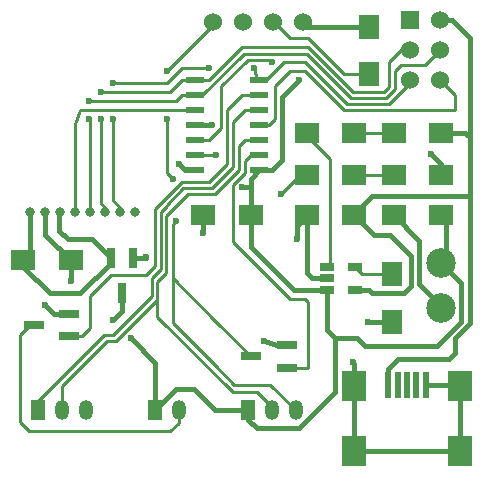
<source format=gtl>
G04 #@! TF.FileFunction,Copper,L1,Top,Signal*
%FSLAX46Y46*%
G04 Gerber Fmt 4.6, Leading zero omitted, Abs format (unit mm)*
G04 Created by KiCad (PCBNEW 0.201503230816+5530~22~ubuntu14.04.1-product) date Mi 02 Sep 2015 16:53:48 CEST*
%MOMM*%
G01*
G04 APERTURE LIST*
%ADD10C,0.150000*%
%ADD11R,2.000000X1.700000*%
%ADD12R,1.500000X0.600000*%
%ADD13R,1.524000X1.524000*%
%ADD14C,1.524000*%
%ADD15R,1.198880X1.699260*%
%ADD16O,1.198880X1.699260*%
%ADD17R,1.800860X0.800100*%
%ADD18R,1.700000X2.000000*%
%ADD19R,0.800100X1.800860*%
%ADD20C,0.800000*%
%ADD21R,0.500380X2.301240*%
%ADD22R,1.998980X2.499360*%
%ADD23C,2.499360*%
%ADD24R,1.300000X0.650000*%
%ADD25C,0.600000*%
%ADD26C,0.400000*%
%ADD27C,0.250000*%
G04 APERTURE END LIST*
D10*
D11*
X25813000Y21590000D03*
X29813000Y21590000D03*
X21050000Y21590000D03*
X17050000Y21590000D03*
X5810000Y17780000D03*
X1810000Y17780000D03*
X37179000Y28575000D03*
X33179000Y28575000D03*
X33179000Y25019000D03*
X37179000Y25019000D03*
D12*
X21750000Y25400000D03*
X21750000Y26670000D03*
X21750000Y27940000D03*
X21750000Y29210000D03*
X21750000Y30480000D03*
X21750000Y31750000D03*
X21750000Y33020000D03*
X16350000Y33020000D03*
X16350000Y31750000D03*
X16350000Y30480000D03*
X16350000Y29210000D03*
X16350000Y27940000D03*
X16350000Y26670000D03*
X16350000Y25400000D03*
D13*
X34544000Y38100000D03*
D14*
X37084000Y38100000D03*
X34544000Y35560000D03*
X37084000Y35560000D03*
X34544000Y33020000D03*
X37084000Y33020000D03*
D15*
X3081020Y5080000D03*
D16*
X5080000Y5080000D03*
X7078980Y5080000D03*
D15*
X20861020Y5080000D03*
D16*
X22860000Y5080000D03*
X24858980Y5080000D03*
D15*
X12969240Y5080000D03*
D16*
X14970760Y5080000D03*
D17*
X24107140Y8702000D03*
X24107140Y10602000D03*
X21104860Y9652000D03*
X5692140Y11369000D03*
X5692140Y13269000D03*
X2689860Y12319000D03*
D11*
X25813000Y28575000D03*
X29813000Y28575000D03*
D18*
X33020000Y12605000D03*
X33020000Y16605000D03*
D11*
X29813000Y25019000D03*
X25813000Y25019000D03*
D18*
X31115000Y33560000D03*
X31115000Y37560000D03*
D19*
X11110000Y18011140D03*
X9210000Y18011140D03*
X10160000Y15008860D03*
D20*
X2380000Y21888000D03*
X3653500Y21898400D03*
X4923500Y21898400D03*
X6193500Y21898400D03*
X7463500Y21898400D03*
X8733500Y21898400D03*
X10003500Y21898400D03*
X11273500Y21898400D03*
D21*
X32689800Y7259320D03*
X33489900Y7259320D03*
X34290000Y7259320D03*
X35090100Y7259320D03*
X35890200Y7259320D03*
D22*
X29839920Y7160260D03*
X29839920Y1661160D03*
X38740080Y7160260D03*
X38740080Y1661160D03*
D23*
X37211000Y17526000D03*
X37211000Y13716000D03*
D11*
X33179000Y21590000D03*
X37179000Y21590000D03*
D24*
X27502000Y17206000D03*
X27502000Y16256000D03*
X27502000Y15306000D03*
X29902000Y15306000D03*
X29902000Y17206000D03*
D14*
X25527000Y37973000D03*
X22987000Y37973000D03*
X20447000Y37973000D03*
X17907000Y37973000D03*
D25*
X14986000Y25908000D03*
X5842000Y16002000D03*
X12192000Y18034000D03*
X29718000Y9144000D03*
X17018000Y20066000D03*
X36322000Y26797000D03*
X30988000Y12573000D03*
X25019000Y19558000D03*
X3683000Y13970000D03*
X22225000Y10922000D03*
X10922000Y11176000D03*
X9398000Y12700000D03*
X25146000Y33020000D03*
X20320000Y24003000D03*
X17780000Y29210000D03*
X22860000Y34544000D03*
X21336000Y34036000D03*
X9398000Y32766000D03*
X17526000Y34036000D03*
X9398000Y29718000D03*
X8382000Y32004000D03*
X8382000Y29718000D03*
X7366000Y29718000D03*
X7366000Y31242000D03*
X18161000Y26670000D03*
X23622000Y23368000D03*
X14732000Y21082000D03*
X14478000Y24638000D03*
X13970000Y33782000D03*
X13970000Y29718000D03*
D26*
X39624000Y36576000D02*
X38100000Y38100000D01*
X39624000Y28194000D02*
X39624000Y36576000D01*
X39624000Y23241000D02*
X39624000Y28194000D01*
X39624000Y15367000D02*
X39624000Y23241000D01*
X39624000Y12446000D02*
X39624000Y15367000D01*
X38354000Y11176000D02*
X39624000Y12446000D01*
X37084000Y38100000D02*
X38100000Y38100000D01*
X32689800Y8559800D02*
X33528000Y9398000D01*
X33528000Y9398000D02*
X37846000Y9398000D01*
X37846000Y9398000D02*
X38354000Y9906000D01*
X38354000Y9906000D02*
X38354000Y10922000D01*
X38354000Y10922000D02*
X38354000Y11176000D01*
X32689800Y7259320D02*
X32689800Y8559800D01*
X39243000Y28575000D02*
X39624000Y28194000D01*
X37179000Y28575000D02*
X39243000Y28575000D01*
X31369000Y23241000D02*
X39624000Y23241000D01*
X29813000Y21685000D02*
X31369000Y23241000D01*
X29813000Y21590000D02*
X29813000Y21685000D01*
X29902000Y15306000D02*
X30287000Y15306000D01*
X31049000Y15306000D02*
X31369000Y14986000D01*
X31369000Y14986000D02*
X34036000Y14986000D01*
X34036000Y14986000D02*
X34671000Y15621000D01*
X34671000Y15621000D02*
X34671000Y18161000D01*
X34671000Y18161000D02*
X32893000Y19939000D01*
X32893000Y19939000D02*
X31464000Y19939000D01*
X31464000Y19939000D02*
X29813000Y21590000D01*
X29902000Y15306000D02*
X31049000Y15306000D01*
X37592000Y13716000D02*
X37338000Y13716000D01*
X37338000Y13716000D02*
X35306000Y15748000D01*
X35306000Y15748000D02*
X35306000Y19463000D01*
X35306000Y19463000D02*
X33179000Y21590000D01*
X16350000Y25400000D02*
X15494000Y25400000D01*
X15494000Y25400000D02*
X14986000Y25908000D01*
X3653500Y21898400D02*
X3653500Y19936500D01*
X3653500Y19936500D02*
X5810000Y17780000D01*
X35890200Y7259320D02*
X38641020Y7259320D01*
X38641020Y7259320D02*
X38740080Y7160260D01*
X29839920Y1661160D02*
X29839920Y7160260D01*
X38740080Y1661160D02*
X29839920Y1661160D01*
X38740080Y1661160D02*
X38740080Y7160260D01*
X5810000Y16034000D02*
X5842000Y16002000D01*
X5810000Y17780000D02*
X5810000Y16034000D01*
X12169140Y18011140D02*
X12192000Y18034000D01*
X11110000Y18011140D02*
X12169140Y18011140D01*
X29839920Y9022080D02*
X29718000Y9144000D01*
X29839920Y7160260D02*
X29839920Y9022080D01*
X17050000Y20098000D02*
X17018000Y20066000D01*
X17050000Y21590000D02*
X17050000Y20098000D01*
X37179000Y25940000D02*
X36322000Y26797000D01*
X37179000Y25019000D02*
X37179000Y25940000D01*
X26289000Y16256000D02*
X25813000Y16732000D01*
X25813000Y16732000D02*
X25813000Y21590000D01*
X27502000Y16256000D02*
X26289000Y16256000D01*
X33179000Y21590000D02*
X33179000Y21304000D01*
X33020000Y12605000D02*
X31020000Y12605000D01*
X31020000Y12605000D02*
X30988000Y12573000D01*
X25019000Y20701000D02*
X25019000Y19558000D01*
X25813000Y21495000D02*
X25019000Y20701000D01*
X25813000Y21590000D02*
X25813000Y21495000D01*
X4384000Y13269000D02*
X3683000Y13970000D01*
X5692140Y13269000D02*
X4384000Y13269000D01*
X23307000Y10602000D02*
X22225000Y10922000D01*
X24107140Y10602000D02*
X23307000Y10602000D01*
X2380000Y21888000D02*
X2380000Y18350000D01*
X2380000Y18350000D02*
X1810000Y17780000D01*
X4843500Y21818400D02*
X4843500Y20910400D01*
X4843500Y20302500D02*
X5588000Y19558000D01*
X5588000Y19558000D02*
X7663140Y19558000D01*
X7663140Y19558000D02*
X9210000Y18011140D01*
X4843500Y20910400D02*
X4843500Y20302500D01*
X4843500Y21818400D02*
X4923500Y21898400D01*
X1810000Y17240000D02*
X1810000Y17780000D01*
X6604000Y14986000D02*
X4064000Y14986000D01*
X4064000Y14986000D02*
X1810000Y17240000D01*
X9210000Y17592000D02*
X6604000Y14986000D01*
X9210000Y18011140D02*
X9210000Y17592000D01*
X28194000Y11176000D02*
X30099000Y11176000D01*
X38862000Y15875000D02*
X37211000Y17526000D01*
X38862000Y12573000D02*
X38862000Y15875000D01*
X36830000Y10541000D02*
X38862000Y12573000D01*
X30734000Y10541000D02*
X36830000Y10541000D01*
X30099000Y11176000D02*
X30734000Y10541000D01*
X28194000Y6604000D02*
X28194000Y11176000D01*
X25146000Y3556000D02*
X28194000Y6604000D01*
X21590000Y3556000D02*
X25146000Y3556000D01*
X20861020Y4284980D02*
X21590000Y3556000D01*
X27502000Y11868000D02*
X27502000Y15306000D01*
X28194000Y11176000D02*
X27502000Y11868000D01*
X37592000Y17526000D02*
X37592000Y21177000D01*
X37592000Y21177000D02*
X37179000Y21590000D01*
X25940000Y37560000D02*
X25400000Y38100000D01*
X31115000Y37560000D02*
X25940000Y37560000D01*
X18034000Y5080000D02*
X16256000Y6858000D01*
X16256000Y6858000D02*
X14747240Y6858000D01*
X14747240Y6858000D02*
X12969240Y5080000D01*
X20861020Y5080000D02*
X18034000Y5080000D01*
X12969240Y9128760D02*
X10922000Y11176000D01*
X9398000Y12700000D02*
X10160000Y13462000D01*
X10160000Y13462000D02*
X10160000Y15008860D01*
X12969240Y5080000D02*
X12969240Y9128760D01*
X21050000Y24700000D02*
X21750000Y25400000D01*
X21050000Y23844000D02*
X21050000Y24700000D01*
X21050000Y21590000D02*
X21050000Y23844000D01*
X20861020Y5080000D02*
X20861020Y4284980D01*
X22860000Y25400000D02*
X23749000Y26289000D01*
X23749000Y26289000D02*
X23749000Y31623000D01*
X23749000Y31623000D02*
X25146000Y33020000D01*
X21750000Y25400000D02*
X22860000Y25400000D01*
X24699000Y15306000D02*
X21050000Y18955000D01*
X27502000Y15306000D02*
X24699000Y15306000D01*
X21050000Y18955000D02*
X21050000Y21590000D01*
X21050000Y23273000D02*
X21050000Y21590000D01*
X20891000Y24003000D02*
X21050000Y23844000D01*
X16350000Y29210000D02*
X17780000Y29210000D01*
X20320000Y24003000D02*
X20891000Y24003000D01*
D27*
X29813000Y28575000D02*
X33433000Y28575000D01*
X29813000Y25019000D02*
X33179000Y25019000D01*
X28924000Y33560000D02*
X25908000Y36576000D01*
X25908000Y36576000D02*
X24384000Y36576000D01*
X24384000Y36576000D02*
X22860000Y38100000D01*
X31115000Y33560000D02*
X28924000Y33560000D01*
X17526000Y27940000D02*
X18542000Y28956000D01*
X18542000Y28956000D02*
X18542000Y32512000D01*
X18542000Y32512000D02*
X20821799Y34791799D01*
X20821799Y34791799D02*
X22612201Y34791799D01*
X22612201Y34791799D02*
X22860000Y34544000D01*
X16350000Y27940000D02*
X17526000Y27940000D01*
X3081020Y5080000D02*
X3081020Y5875020D01*
X13970000Y22477602D02*
X15368398Y23876000D01*
X15368398Y23876000D02*
X17780000Y23876000D01*
X17780000Y23876000D02*
X19558000Y25654000D01*
X19558000Y25654000D02*
X19558000Y29464000D01*
X19558000Y29464000D02*
X20574000Y30480000D01*
X20574000Y30480000D02*
X21750000Y30480000D01*
X13462000Y17272000D02*
X13462000Y21844000D01*
X12700000Y14732000D02*
X12700000Y16256000D01*
X12700000Y16256000D02*
X13462000Y17018000D01*
X13462000Y17018000D02*
X13462000Y17272000D01*
X3081020Y5875020D02*
X8636000Y11430000D01*
X8636000Y11430000D02*
X9398000Y11430000D01*
X9398000Y11430000D02*
X12700000Y14732000D01*
X13462000Y21844000D02*
X13970000Y22352000D01*
X13970000Y22352000D02*
X13970000Y22477602D01*
X31496000Y30480000D02*
X28956000Y30480000D01*
X38354000Y30480000D02*
X38354000Y31750000D01*
X37084000Y30480000D02*
X38354000Y30480000D01*
X31496000Y30480000D02*
X37084000Y30480000D01*
X37084000Y33020000D02*
X38354000Y31750000D01*
X22606000Y29210000D02*
X21750000Y29210000D01*
X23114000Y29718000D02*
X22606000Y29210000D01*
X23114000Y32512000D02*
X23114000Y29718000D01*
X24384000Y33782000D02*
X23114000Y32512000D01*
X25654000Y33782000D02*
X24384000Y33782000D01*
X28956000Y30480000D02*
X25654000Y33782000D01*
X13716000Y22860000D02*
X15240000Y24384000D01*
X12954000Y22098000D02*
X13716000Y22860000D01*
X9398000Y16510000D02*
X12192000Y16510000D01*
X12192000Y16510000D02*
X12954000Y17272000D01*
X12954000Y17272000D02*
X12954000Y22098000D01*
X21750000Y31750000D02*
X20320000Y31750000D01*
X19050000Y30480000D02*
X20320000Y31750000D01*
X19050000Y25908000D02*
X19050000Y30480000D01*
X17526000Y24384000D02*
X19050000Y25908000D01*
X15240000Y24384000D02*
X17526000Y24384000D01*
X9398000Y16510000D02*
X9271000Y16510000D01*
X9271000Y16510000D02*
X7493000Y14732000D01*
X7493000Y14732000D02*
X7493000Y12065000D01*
X7493000Y12065000D02*
X6797000Y11369000D01*
X6797000Y11369000D02*
X5692140Y11369000D01*
X34544000Y32766000D02*
X34544000Y33020000D01*
X21590000Y33020000D02*
X21750000Y33020000D01*
X21336000Y34036000D02*
X21590000Y33020000D01*
X17526000Y34036000D02*
X15240000Y34036000D01*
X15240000Y34036000D02*
X13970000Y32766000D01*
X13970000Y32766000D02*
X9398000Y32766000D01*
X10003500Y21898400D02*
X10003500Y22254500D01*
X9398000Y22860000D02*
X10003500Y22254500D01*
X9398000Y22860000D02*
X9398000Y29718000D01*
X22352000Y33020000D02*
X21750000Y33020000D01*
X25654000Y34544000D02*
X23876000Y34544000D01*
X23876000Y34544000D02*
X22352000Y33020000D01*
X32766000Y30988000D02*
X29210000Y30988000D01*
X34544000Y32766000D02*
X32766000Y30988000D01*
X29210000Y30988000D02*
X26162000Y34036000D01*
X26162000Y34036000D02*
X25654000Y34544000D01*
X33782000Y35560000D02*
X34544000Y35560000D01*
X32315998Y32004000D02*
X32766000Y32454002D01*
X32766000Y32454002D02*
X32766000Y34544000D01*
X32766000Y34544000D02*
X33782000Y35560000D01*
X16350000Y33020000D02*
X17526000Y33020000D01*
X29718000Y32004000D02*
X32258000Y32004000D01*
X25908000Y35814000D02*
X29718000Y32004000D01*
X20320000Y35814000D02*
X25908000Y35814000D01*
X17526000Y33020000D02*
X20320000Y35814000D01*
X32258000Y32004000D02*
X32315998Y32004000D01*
X14224000Y32004000D02*
X8382000Y32004000D01*
X16350000Y33020000D02*
X15240000Y33020000D01*
X15240000Y33020000D02*
X14224000Y32004000D01*
X8382000Y22606000D02*
X8382000Y29718000D01*
X8733500Y22254500D02*
X8382000Y22606000D01*
X8733500Y21898400D02*
X8733500Y22254500D01*
X16350000Y31750000D02*
X15240000Y31750000D01*
X7463500Y29620500D02*
X7463500Y21898400D01*
X7366000Y29718000D02*
X7463500Y29620500D01*
X14732000Y31242000D02*
X7366000Y31242000D01*
X15240000Y31750000D02*
X14732000Y31242000D01*
X16350000Y31750000D02*
X16960002Y31750000D01*
X32258000Y31496000D02*
X32512000Y31496000D01*
X20451803Y35241801D02*
X25843801Y35241801D01*
X25843801Y35241801D02*
X29589602Y31496000D01*
X29589602Y31496000D02*
X32258000Y31496000D01*
X20451803Y35241801D02*
X16960002Y31750000D01*
X33782000Y34290000D02*
X35814000Y34290000D01*
X33274000Y33782000D02*
X33782000Y34290000D01*
X33274000Y32258000D02*
X33274000Y33782000D01*
X32512000Y31496000D02*
X33274000Y32258000D01*
X37084000Y35560000D02*
X35814000Y34290000D01*
X16350000Y30480000D02*
X6604000Y30480000D01*
X6193500Y29307500D02*
X6193500Y21898400D01*
X6604000Y30480000D02*
X6193500Y29307500D01*
X16350000Y30480000D02*
X16764000Y30480000D01*
X21082000Y26670000D02*
X21750000Y26670000D01*
X19558000Y21209000D02*
X19558000Y24130000D01*
X19558000Y21082000D02*
X19558000Y21209000D01*
X19558000Y24130000D02*
X20574000Y25146000D01*
X20574000Y25146000D02*
X20574000Y26162000D01*
X20574000Y26162000D02*
X21082000Y26670000D01*
X19558000Y19304000D02*
X24384000Y14478000D01*
X24384000Y14478000D02*
X25654000Y14478000D01*
X25654000Y14478000D02*
X25908000Y14224000D01*
X25908000Y14224000D02*
X25908000Y11938000D01*
X25908000Y11938000D02*
X25908000Y8636000D01*
X25908000Y8636000D02*
X24107140Y8702000D01*
X19558000Y21209000D02*
X19558000Y19304000D01*
X25273000Y25019000D02*
X25813000Y25019000D01*
X23622000Y23368000D02*
X25273000Y25019000D01*
X16350000Y26670000D02*
X18161000Y26670000D01*
X17780000Y37592000D02*
X17780000Y38100000D01*
X14478000Y20828000D02*
X14732000Y21082000D01*
X14478000Y16256000D02*
X14478000Y17272000D01*
X17780000Y37592000D02*
X13970000Y33782000D01*
X13970000Y25146000D02*
X13970000Y29718000D01*
X14478000Y24638000D02*
X13970000Y25146000D01*
X14478000Y17272000D02*
X14478000Y20828000D01*
X18161000Y12573000D02*
X14478000Y16256000D01*
X21104860Y9652000D02*
X18161000Y12573000D01*
X19685000Y7239000D02*
X22699980Y7239000D01*
X22699980Y7239000D02*
X24858980Y5080000D01*
X14478000Y16256000D02*
X14478000Y12446000D01*
X18034000Y8890000D02*
X14478000Y12446000D01*
X18034000Y8890000D02*
X19685000Y7239000D01*
X14970760Y4048760D02*
X14224000Y3302000D01*
X14224000Y3302000D02*
X2286000Y3302000D01*
X2286000Y3302000D02*
X1524000Y4064000D01*
X1524000Y6223000D02*
X1524000Y6372860D01*
X1524000Y4064000D02*
X1524000Y6223000D01*
X14970760Y5080000D02*
X14970760Y4048760D01*
X1524000Y11430000D02*
X1524000Y6223000D01*
X2413000Y12319000D02*
X1524000Y11430000D01*
X2689860Y12319000D02*
X2413000Y12319000D01*
X5080000Y7112000D02*
X8890000Y10922000D01*
X8890000Y10922000D02*
X9652000Y10922000D01*
X9652000Y10922000D02*
X13150002Y14420002D01*
X13150002Y14420002D02*
X13150002Y14478000D01*
X5080000Y5080000D02*
X5080000Y7112000D01*
X22860000Y5080000D02*
X23114000Y5080000D01*
X22860000Y5334000D02*
X22860000Y5080000D01*
X13150002Y13011998D02*
X19558000Y6604000D01*
X19558000Y6604000D02*
X21590000Y6604000D01*
X21590000Y6604000D02*
X22860000Y5334000D01*
X13150002Y14478000D02*
X13150002Y13011998D01*
X13912002Y21532002D02*
X15748000Y23368000D01*
X15748000Y23368000D02*
X18034000Y23368000D01*
X18034000Y23368000D02*
X20066000Y25400000D01*
X20066000Y25400000D02*
X20066000Y27432000D01*
X20066000Y27432000D02*
X20574000Y27940000D01*
X20574000Y27940000D02*
X21750000Y27940000D01*
X13912002Y16706002D02*
X13912002Y17272000D01*
X13150002Y15944002D02*
X13912002Y16706002D01*
X13150002Y14478000D02*
X13150002Y15944002D01*
X13912002Y17272000D02*
X13912002Y21532002D01*
X27813000Y17517000D02*
X27502000Y17206000D01*
X27813000Y26353000D02*
X27813000Y17517000D01*
X25813000Y28353000D02*
X27813000Y26353000D01*
X25813000Y28575000D02*
X25813000Y28353000D01*
X30503000Y16605000D02*
X29902000Y17206000D01*
X33020000Y16605000D02*
X30503000Y16605000D01*
M02*

</source>
